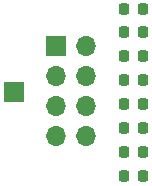
<source format=gbr>
%TF.GenerationSoftware,KiCad,Pcbnew,7.0.10*%
%TF.CreationDate,2024-03-07T16:00:11+01:00*%
%TF.ProjectId,IO_LED_Stick,494f5f4c-4544-45f5-9374-69636b2e6b69,1*%
%TF.SameCoordinates,Original*%
%TF.FileFunction,Soldermask,Top*%
%TF.FilePolarity,Negative*%
%FSLAX46Y46*%
G04 Gerber Fmt 4.6, Leading zero omitted, Abs format (unit mm)*
G04 Created by KiCad (PCBNEW 7.0.10) date 2024-03-07 16:00:11*
%MOMM*%
%LPD*%
G01*
G04 APERTURE LIST*
G04 Aperture macros list*
%AMRoundRect*
0 Rectangle with rounded corners*
0 $1 Rounding radius*
0 $2 $3 $4 $5 $6 $7 $8 $9 X,Y pos of 4 corners*
0 Add a 4 corners polygon primitive as box body*
4,1,4,$2,$3,$4,$5,$6,$7,$8,$9,$2,$3,0*
0 Add four circle primitives for the rounded corners*
1,1,$1+$1,$2,$3*
1,1,$1+$1,$4,$5*
1,1,$1+$1,$6,$7*
1,1,$1+$1,$8,$9*
0 Add four rect primitives between the rounded corners*
20,1,$1+$1,$2,$3,$4,$5,0*
20,1,$1+$1,$4,$5,$6,$7,0*
20,1,$1+$1,$6,$7,$8,$9,0*
20,1,$1+$1,$8,$9,$2,$3,0*%
G04 Aperture macros list end*
%ADD10RoundRect,0.218750X0.218750X0.256250X-0.218750X0.256250X-0.218750X-0.256250X0.218750X-0.256250X0*%
%ADD11R,1.700000X1.700000*%
%ADD12O,1.700000X1.700000*%
G04 APERTURE END LIST*
D10*
%TO.C,D6*%
X151917500Y-89408000D03*
X150342500Y-89408000D03*
%TD*%
%TO.C,D8*%
X151917500Y-93472000D03*
X150342500Y-93472000D03*
%TD*%
%TO.C,D3*%
X151917500Y-83312000D03*
X150342500Y-83312000D03*
%TD*%
%TO.C,D5*%
X151917500Y-87376000D03*
X150342500Y-87376000D03*
%TD*%
%TO.C,D2*%
X151917500Y-81280000D03*
X150342500Y-81280000D03*
%TD*%
%TO.C,D4*%
X151917500Y-85344000D03*
X150342500Y-85344000D03*
%TD*%
D11*
%TO.C,J1*%
X144585000Y-82492000D03*
D12*
X144585000Y-85032000D03*
X144585000Y-87572000D03*
X144585000Y-90112000D03*
X147125000Y-90112000D03*
X147125000Y-87572000D03*
X147125000Y-85032000D03*
X147125000Y-82492000D03*
%TD*%
D10*
%TO.C,D7*%
X151917500Y-91440000D03*
X150342500Y-91440000D03*
%TD*%
D11*
%TO.C,J2*%
X140970000Y-86360000D03*
%TD*%
D10*
%TO.C,D1*%
X151917500Y-79375000D03*
X150342500Y-79375000D03*
%TD*%
M02*

</source>
